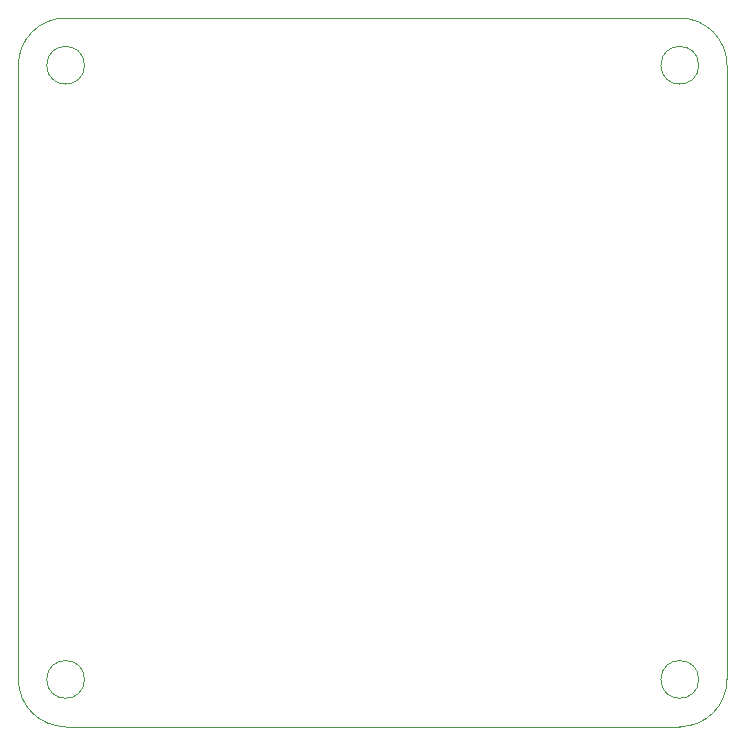
<source format=gbr>
G04 (created by PCBNEW (2013-dec-23)-stable) date Thu 15 May 2014 10:29:33 AM EDT*
%MOIN*%
G04 Gerber Fmt 3.4, Leading zero omitted, Abs format*
%FSLAX34Y34*%
G01*
G70*
G90*
G04 APERTURE LIST*
%ADD10C,0.00590551*%
%ADD11C,0.00393701*%
G04 APERTURE END LIST*
G54D10*
G54D11*
X103385Y-44094D02*
G75*
G03X103385Y-44094I-629J0D01*
G74*
G01*
X102755Y-42519D02*
X82283Y-42519D01*
X104330Y-64566D02*
X104330Y-44094D01*
X82283Y-66141D02*
X102755Y-66141D01*
X80708Y-44094D02*
X80708Y-64566D01*
X82913Y-44094D02*
G75*
G03X82913Y-44094I-629J0D01*
G74*
G01*
X103385Y-64566D02*
G75*
G03X103385Y-64566I-629J0D01*
G74*
G01*
X82913Y-64566D02*
G75*
G03X82913Y-64566I-629J0D01*
G74*
G01*
X104330Y-44094D02*
G75*
G03X102755Y-42519I-1574J0D01*
G74*
G01*
X82283Y-42519D02*
G75*
G03X80708Y-44094I0J-1574D01*
G74*
G01*
X80708Y-64566D02*
G75*
G03X82283Y-66141I1574J0D01*
G74*
G01*
X102755Y-66141D02*
G75*
G03X104330Y-64566I0J1574D01*
G74*
G01*
M02*

</source>
